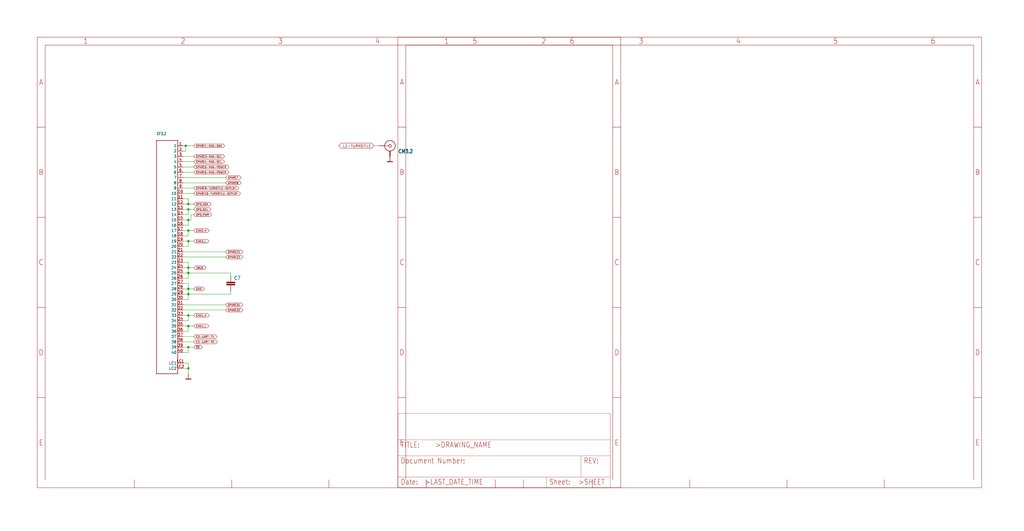
<source format=kicad_sch>
(kicad_sch (version 20211123) (generator eeschema)
  (paper "User" 490.22 254.406)
  (lib_symbols
    (symbol "oresat0-1u-backplane-eagle-import:C-EU1206-B"
      (property "Reference" "C" (at 1.524 0.381 0))
      (property "Value" "C-EU1206-B" (at 1.524 -4.699 0))
      (symbol "C-EU1206-B_1_0"
        (rectangle (start -2.032 -2.032) (end 2.032 -1.524) (fill (type outline)))
        (rectangle (start -2.032 -1.016) (end 2.032 -0.508) (fill (type outline)))
        (polyline (pts (xy 0 -2.54) (xy 0 -2.032)) (stroke (width 0.1524)))
        (polyline (pts (xy 0 0) (xy 0 -0.508)) (stroke (width 0.1524)))
        (pin passive line (at 0 2.54 270) (length 2.54) (name "1") (number "1"))
        (pin passive line (at 0 -5.08 90) (length 2.54) (name "2") (number "2"))
      )
    )
    (symbol "oresat0-1u-backplane-eagle-import:FRAME_A_L"
      (symbol "FRAME_A_L_0_0"
        (polyline (pts (xy 0 43.18) (xy 3.81 43.18)))
        (polyline (pts (xy 0 86.36) (xy 3.81 86.36)))
        (polyline (pts (xy 0 129.54) (xy 3.81 129.54)))
        (polyline (pts (xy 0 172.72) (xy 3.81 172.72)))
        (polyline (pts (xy 3.81 3.81) (xy 3.81 212.09)))
        (polyline (pts (xy 46.5667 0) (xy 46.5667 3.81)))
        (polyline (pts (xy 93.1333 0) (xy 93.1333 3.81)))
        (polyline (pts (xy 139.7 0) (xy 139.7 3.81)))
        (polyline (pts (xy 186.2667 0) (xy 186.2667 3.81)))
        (polyline (pts (xy 232.8333 0) (xy 232.8333 3.81)))
        (polyline (pts (xy 275.59 3.81) (xy 275.59 212.09)))
        (polyline (pts (xy 275.59 43.18) (xy 279.4 43.18)))
        (polyline (pts (xy 275.59 86.36) (xy 279.4 86.36)))
        (polyline (pts (xy 275.59 129.54) (xy 279.4 129.54)))
        (polyline (pts (xy 275.59 172.72) (xy 279.4 172.72)))
        (polyline (pts (xy 275.59 212.09) (xy 3.81 212.09)))
        (polyline (pts (xy 0 0) (xy 279.4 0) (xy 279.4 215.9) (xy 0 215.9) (xy 0 0)))
        (text "1" (at 23.2833 213.995 0) (effects (font (size 2.54 2.286))))
        (text "2" (at 69.85 213.995 0) (effects (font (size 2.54 2.286))))
        (text "3" (at 116.4167 213.995 0) (effects (font (size 2.54 2.286))))
        (text "4" (at 162.9833 213.995 0) (effects (font (size 2.54 2.286))))
        (text "5" (at 209.55 213.995 0) (effects (font (size 2.54 2.286))))
        (text "6" (at 256.1167 213.995 0) (effects (font (size 2.54 2.286))))
        (text "A" (at 1.905 194.31 0) (effects (font (size 2.54 2.286))))
        (text "A" (at 277.495 194.31 0) (effects (font (size 2.54 2.286))))
        (text "B" (at 1.905 151.13 0) (effects (font (size 2.54 2.286))))
        (text "B" (at 277.495 151.13 0) (effects (font (size 2.54 2.286))))
        (text "C" (at 1.905 107.95 0) (effects (font (size 2.54 2.286))))
        (text "C" (at 277.495 107.95 0) (effects (font (size 2.54 2.286))))
        (text "D" (at 1.905 64.77 0) (effects (font (size 2.54 2.286))))
        (text "D" (at 277.495 64.77 0) (effects (font (size 2.54 2.286))))
        (text "E" (at 1.905 21.59 0) (effects (font (size 2.54 2.286))))
        (text "E" (at 277.495 21.59 0) (effects (font (size 2.54 2.286))))
      )
      (symbol "FRAME_A_L_2_0"
        (polyline (pts (xy 0 0) (xy 0 5.08)) (stroke (width 0.1016)))
        (polyline (pts (xy 0 0) (xy 71.12 0)) (stroke (width 0.1016)))
        (polyline (pts (xy 0 5.08) (xy 0 15.24)) (stroke (width 0.1016)))
        (polyline (pts (xy 0 5.08) (xy 71.12 5.08)) (stroke (width 0.1016)))
        (polyline (pts (xy 0 15.24) (xy 0 22.86)) (stroke (width 0.1016)))
        (polyline (pts (xy 0 22.86) (xy 0 35.56)) (stroke (width 0.1016)))
        (polyline (pts (xy 0 22.86) (xy 101.6 22.86)) (stroke (width 0.1016)))
        (polyline (pts (xy 71.12 0) (xy 101.6 0)) (stroke (width 0.1016)))
        (polyline (pts (xy 71.12 5.08) (xy 71.12 0)) (stroke (width 0.1016)))
        (polyline (pts (xy 71.12 5.08) (xy 87.63 5.08)) (stroke (width 0.1016)))
        (polyline (pts (xy 87.63 5.08) (xy 101.6 5.08)) (stroke (width 0.1016)))
        (polyline (pts (xy 87.63 15.24) (xy 0 15.24)) (stroke (width 0.1016)))
        (polyline (pts (xy 87.63 15.24) (xy 87.63 5.08)) (stroke (width 0.1016)))
        (polyline (pts (xy 101.6 5.08) (xy 101.6 0)) (stroke (width 0.1016)))
        (polyline (pts (xy 101.6 15.24) (xy 87.63 15.24)) (stroke (width 0.1016)))
        (polyline (pts (xy 101.6 15.24) (xy 101.6 5.08)) (stroke (width 0.1016)))
        (polyline (pts (xy 101.6 22.86) (xy 101.6 15.24)) (stroke (width 0.1016)))
        (polyline (pts (xy 101.6 35.56) (xy 0 35.56)) (stroke (width 0.1016)))
        (polyline (pts (xy 101.6 35.56) (xy 101.6 22.86)) (stroke (width 0.1016)))
        (text ">DRAWING_NAME" (at 17.78 19.05 0) (effects (font (size 2.54 2.159)) (justify left bottom)))
        (text ">LAST_DATE_TIME" (at 12.7 1.27 0) (effects (font (size 2.54 2.159)) (justify left bottom)))
        (text ">SHEET" (at 86.36 1.27 0) (effects (font (size 2.54 2.159)) (justify left bottom)))
        (text "Date:" (at 1.27 1.27 0) (effects (font (size 2.54 2.159)) (justify left bottom)))
        (text "Document Number:" (at 1.27 11.43 0) (effects (font (size 2.54 2.159)) (justify left bottom)))
        (text "REV:" (at 88.9 11.43 0) (effects (font (size 2.54 2.159)) (justify left bottom)))
        (text "Sheet:" (at 72.39 1.27 0) (effects (font (size 2.54 2.159)) (justify left bottom)))
        (text "TITLE:" (at 1.27 19.05 0) (effects (font (size 2.54 2.159)) (justify left bottom)))
      )
    )
    (symbol "oresat0-1u-backplane-eagle-import:GND" (power)
      (symbol "GND_1_0"
        (polyline (pts (xy -1.27 -2.54) (xy 1.27 -2.54)) (stroke (width 0.4064)))
        (pin power_in line (at 0 0 270) (length 2.54) (name "GND") (number "1"))
      )
    )
    (symbol "oresat0-1u-backplane-eagle-import:J-MOLEX-SMPM-73300-0111X"
      (property "Reference" "CM" (at 3.81 -3.81 0))
      (property "Value" "J-MOLEX-SMPM-73300-0111X" (at 3.81 -6.35 0))
      (symbol "J-MOLEX-SMPM-73300-0111X_1_0"
        (polyline (pts (xy -2.54 0) (xy -0.635 0)) (stroke (width 0.1524)))
        (circle (center 0 0) (radius 0.635) (stroke (width 0.254)))
        (circle (center 0 0) (radius 2.54) (stroke (width 0.254)))
        (pin passive line (at 0 -5.08 90) (length 2.54) (name "SHIELD1") (number "P$1"))
        (pin passive line (at 0 -5.08 90) (length 2.54) (name "SHIELD1") (number "P$2"))
        (pin passive line (at 0 -5.08 90) (length 2.54) (name "SHIELD1") (number "P$3"))
        (pin passive line (at 0 -5.08 90) (length 2.54) (name "SHIELD1") (number "P$4"))
        (pin passive line (at -5.08 0 0) (length 2.54) (name "RF") (number "RF-DOWN"))
      )
    )
    (symbol "oresat0-1u-backplane-eagle-import:SFM-120-X1-XXX-D"
      (property "Reference" "J" (at -2.54 50.8 0))
      (property "Value" "SFM-120-X1-XXX-D" (at -2.54 49.53 0))
      (symbol "SFM-120-X1-XXX-D_1_0"
        (polyline (pts (xy -2.54 -63.5) (xy -2.54 48.26)) (stroke (width 0.254)))
        (polyline (pts (xy -2.54 48.26) (xy 7.62 48.26)) (stroke (width 0.254)))
        (polyline (pts (xy 7.62 -63.5) (xy -2.54 -63.5)) (stroke (width 0.254)))
        (polyline (pts (xy 7.62 48.26) (xy 7.62 -63.5)) (stroke (width 0.254)))
        (pin passive line (at 10.16 45.72 180) (length 2.54) (name "1") (number "1"))
        (pin passive line (at 10.16 22.86 180) (length 2.54) (name "10") (number "10"))
        (pin passive line (at 10.16 20.32 180) (length 2.54) (name "11") (number "11"))
        (pin passive line (at 10.16 17.78 180) (length 2.54) (name "12") (number "12"))
        (pin passive line (at 10.16 15.24 180) (length 2.54) (name "13") (number "13"))
        (pin passive line (at 10.16 12.7 180) (length 2.54) (name "14") (number "14"))
        (pin passive line (at 10.16 10.16 180) (length 2.54) (name "15") (number "15"))
        (pin passive line (at 10.16 7.62 180) (length 2.54) (name "16") (number "16"))
        (pin passive line (at 10.16 5.08 180) (length 2.54) (name "17") (number "17"))
        (pin passive line (at 10.16 2.54 180) (length 2.54) (name "18") (number "18"))
        (pin passive line (at 10.16 0 180) (length 2.54) (name "19") (number "19"))
        (pin passive line (at 10.16 43.18 180) (length 2.54) (name "2") (number "2"))
        (pin passive line (at 10.16 -2.54 180) (length 2.54) (name "20") (number "20"))
        (pin passive line (at 10.16 -5.08 180) (length 2.54) (name "21") (number "21"))
        (pin passive line (at 10.16 -7.62 180) (length 2.54) (name "22") (number "22"))
        (pin passive line (at 10.16 -10.16 180) (length 2.54) (name "23") (number "23"))
        (pin passive line (at 10.16 -12.7 180) (length 2.54) (name "24") (number "24"))
        (pin passive line (at 10.16 -15.24 180) (length 2.54) (name "25") (number "25"))
        (pin passive line (at 10.16 -17.78 180) (length 2.54) (name "26") (number "26"))
        (pin passive line (at 10.16 -20.32 180) (length 2.54) (name "27") (number "27"))
        (pin passive line (at 10.16 -22.86 180) (length 2.54) (name "28") (number "28"))
        (pin passive line (at 10.16 -25.4 180) (length 2.54) (name "29") (number "29"))
        (pin passive line (at 10.16 40.64 180) (length 2.54) (name "3") (number "3"))
        (pin passive line (at 10.16 -27.94 180) (length 2.54) (name "30") (number "30"))
        (pin passive line (at 10.16 -30.48 180) (length 2.54) (name "31") (number "31"))
        (pin passive line (at 10.16 -33.02 180) (length 2.54) (name "32") (number "32"))
        (pin passive line (at 10.16 -35.56 180) (length 2.54) (name "33") (number "33"))
        (pin passive line (at 10.16 -38.1 180) (length 2.54) (name "34") (number "34"))
        (pin passive line (at 10.16 -40.64 180) (length 2.54) (name "35") (number "35"))
        (pin passive line (at 10.16 -43.18 180) (length 2.54) (name "36") (number "36"))
        (pin passive line (at 10.16 -45.72 180) (length 2.54) (name "37") (number "37"))
        (pin passive line (at 10.16 -48.26 180) (length 2.54) (name "38") (number "38"))
        (pin passive line (at 10.16 -50.8 180) (length 2.54) (name "39") (number "39"))
        (pin passive line (at 10.16 38.1 180) (length 2.54) (name "4") (number "4"))
        (pin passive line (at 10.16 -53.34 180) (length 2.54) (name "40") (number "40"))
        (pin passive line (at 10.16 35.56 180) (length 2.54) (name "5") (number "5"))
        (pin passive line (at 10.16 33.02 180) (length 2.54) (name "6") (number "6"))
        (pin passive line (at 10.16 30.48 180) (length 2.54) (name "7") (number "7"))
        (pin passive line (at 10.16 27.94 180) (length 2.54) (name "8") (number "8"))
        (pin passive line (at 10.16 25.4 180) (length 2.54) (name "9") (number "9"))
        (pin passive line (at 10.16 -58.42 180) (length 2.54) (name "LC1") (number "LC1"))
        (pin passive line (at 10.16 -60.96 180) (length 2.54) (name "LC2") (number "LC2"))
      )
    )
  )
  (junction (at 90.17 166.37))
  (junction (at 90.17 130.81))
  (junction (at 90.17 110.49))
  (junction (at 90.17 138.43))
  (junction (at 90.17 105.41))
  (junction (at 88.9 69.85))
  (junction (at 90.17 151.13))
  (junction (at 90.17 156.21))
  (junction (at 90.17 140.97))
  (junction (at 90.17 115.57))
  (junction (at 90.17 97.79))
  (junction (at 90.17 128.27))
  (junction (at 90.17 100.33))
  (junction (at 90.17 176.53))
  (wire (pts (xy 87.63 125.73) (xy 90.17 125.73)))
  (wire (pts (xy 110.49 139.7) (xy 110.49 140.97)))
  (wire (pts (xy 90.17 100.33) (xy 90.17 102.87)))
  (wire (pts (xy 110.49 140.97) (xy 90.17 140.97)))
  (wire (pts (xy 87.63 80.01) (xy 92.71 80.01)))
  (wire (pts (xy 87.63 100.33) (xy 90.17 100.33)))
  (wire (pts (xy 87.63 135.89) (xy 90.17 135.89)))
  (wire (pts (xy 87.63 69.85) (xy 88.9 69.85)))
  (wire (pts (xy 92.71 115.57) (xy 90.17 115.57)))
  (wire (pts (xy 90.17 130.81) (xy 90.17 133.35)))
  (wire (pts (xy 92.71 156.21) (xy 90.17 156.21)))
  (wire (pts (xy 110.49 130.81) (xy 110.49 132.08)))
  (wire (pts (xy 92.71 138.43) (xy 90.17 138.43)))
  (wire (pts (xy 90.17 166.37) (xy 87.63 166.37)))
  (wire (pts (xy 90.17 115.57) (xy 87.63 115.57)))
  (wire (pts (xy 87.63 85.09) (xy 107.95 85.09)))
  (wire (pts (xy 90.17 138.43) (xy 90.17 140.97)))
  (wire (pts (xy 87.63 138.43) (xy 90.17 138.43)))
  (wire (pts (xy 87.63 123.19) (xy 107.95 123.19)))
  (wire (pts (xy 90.17 130.81) (xy 110.49 130.81)))
  (wire (pts (xy 87.63 97.79) (xy 90.17 97.79)))
  (wire (pts (xy 90.17 158.75) (xy 90.17 156.21)))
  (wire (pts (xy 87.63 168.91) (xy 90.17 168.91)))
  (wire (pts (xy 87.63 113.03) (xy 90.17 113.03)))
  (wire (pts (xy 92.71 166.37) (xy 90.17 166.37)))
  (wire (pts (xy 87.63 143.51) (xy 90.17 143.51)))
  (wire (pts (xy 90.17 151.13) (xy 87.63 151.13)))
  (wire (pts (xy 88.9 69.85) (xy 92.71 69.85)))
  (wire (pts (xy 90.17 168.91) (xy 90.17 166.37)))
  (wire (pts (xy 90.17 128.27) (xy 87.63 128.27)))
  (wire (pts (xy 87.63 158.75) (xy 90.17 158.75)))
  (wire (pts (xy 88.9 72.39) (xy 88.9 69.85)))
  (wire (pts (xy 87.63 74.93) (xy 92.71 74.93)))
  (wire (pts (xy 87.63 107.95) (xy 90.17 107.95)))
  (wire (pts (xy 91.44 102.87) (xy 91.44 105.41)))
  (wire (pts (xy 87.63 87.63) (xy 107.95 87.63)))
  (wire (pts (xy 92.71 128.27) (xy 90.17 128.27)))
  (wire (pts (xy 90.17 156.21) (xy 87.63 156.21)))
  (wire (pts (xy 90.17 102.87) (xy 87.63 102.87)))
  (wire (pts (xy 87.63 90.17) (xy 92.71 90.17)))
  (wire (pts (xy 92.71 151.13) (xy 90.17 151.13)))
  (wire (pts (xy 90.17 107.95) (xy 90.17 105.41)))
  (wire (pts (xy 90.17 140.97) (xy 87.63 140.97)))
  (wire (pts (xy 91.44 105.41) (xy 90.17 105.41)))
  (wire (pts (xy 87.63 120.65) (xy 107.95 120.65)))
  (wire (pts (xy 92.71 110.49) (xy 90.17 110.49)))
  (wire (pts (xy 90.17 133.35) (xy 87.63 133.35)))
  (wire (pts (xy 87.63 92.71) (xy 92.71 92.71)))
  (wire (pts (xy 87.63 176.53) (xy 90.17 176.53)))
  (wire (pts (xy 87.63 72.39) (xy 88.9 72.39)))
  (wire (pts (xy 90.17 110.49) (xy 90.17 113.03)))
  (wire (pts (xy 90.17 125.73) (xy 90.17 128.27)))
  (wire (pts (xy 90.17 115.57) (xy 90.17 118.11)))
  (wire (pts (xy 90.17 100.33) (xy 92.71 100.33)))
  (wire (pts (xy 90.17 135.89) (xy 90.17 138.43)))
  (wire (pts (xy 90.17 176.53) (xy 90.17 179.07)))
  (wire (pts (xy 90.17 128.27) (xy 90.17 130.81)))
  (wire (pts (xy 92.71 97.79) (xy 90.17 97.79)))
  (wire (pts (xy 87.63 146.05) (xy 107.95 146.05)))
  (wire (pts (xy 181.61 69.85) (xy 179.07 69.85)))
  (wire (pts (xy 90.17 130.81) (xy 87.63 130.81)))
  (wire (pts (xy 87.63 82.55) (xy 92.71 82.55)))
  (wire (pts (xy 90.17 95.25) (xy 87.63 95.25)))
  (wire (pts (xy 87.63 163.83) (xy 92.71 163.83)))
  (wire (pts (xy 90.17 143.51) (xy 90.17 140.97)))
  (wire (pts (xy 92.71 102.87) (xy 91.44 102.87)))
  (wire (pts (xy 87.63 173.99) (xy 90.17 173.99)))
  (wire (pts (xy 90.17 97.79) (xy 90.17 95.25)))
  (wire (pts (xy 87.63 148.59) (xy 107.95 148.59)))
  (wire (pts (xy 87.63 153.67) (xy 90.17 153.67)))
  (wire (pts (xy 90.17 105.41) (xy 87.63 105.41)))
  (wire (pts (xy 87.63 77.47) (xy 92.71 77.47)))
  (wire (pts (xy 90.17 173.99) (xy 90.17 176.53)))
  (wire (pts (xy 87.63 161.29) (xy 92.71 161.29)))
  (wire (pts (xy 90.17 110.49) (xy 87.63 110.49)))
  (wire (pts (xy 90.17 153.67) (xy 90.17 151.13)))
  (wire (pts (xy 87.63 118.11) (xy 90.17 118.11)))
  (global_label "SPARE9-TURNSTILE-DEPLOY" (shape bidirectional) (at 92.71 90.17 0) (effects (font (size 0.889 0.889))) (property "Intersheet References" "${INTERSHEET_REFS}" (effects hide)))
  (global_label "SPARE8" (shape bidirectional) (at 107.95 87.63 0) (effects (font (size 0.889 0.889))) (property "Intersheet References" "${INTERSHEET_REFS}" (effects hide)))
  (global_label "L1-TURNSTILE" (shape bidirectional) (at 179.07 69.85 180) (effects (font (size 1.2446 1.2446))) (property "Intersheet References" "${INTERSHEET_REFS}" (effects hide)))
  (global_label "CAN2_L" (shape bidirectional) (at 92.71 115.57 0) (effects (font (size 0.889 0.889))) (property "Intersheet References" "${INTERSHEET_REFS}" (effects hide)))
  (global_label "OPD_SCL" (shape bidirectional) (at 92.71 100.33 0) (effects (font (size 0.889 0.889))) (property "Intersheet References" "${INTERSHEET_REFS}" (effects hide)))
  (global_label "SPARE7" (shape bidirectional) (at 107.95 85.09 0) (effects (font (size 0.889 0.889))) (property "Intersheet References" "${INTERSHEET_REFS}" (effects hide)))
  (global_label "SPARE31" (shape bidirectional) (at 107.95 146.05 0) (effects (font (size 0.889 0.889))) (property "Intersheet References" "${INTERSHEET_REFS}" (effects hide)))
  (global_label "C3-UART-TX" (shape bidirectional) (at 92.71 161.29 0) (effects (font (size 0.889 0.889))) (property "Intersheet References" "${INTERSHEET_REFS}" (effects hide)))
  (global_label "SPARE22" (shape bidirectional) (at 107.95 123.19 0) (effects (font (size 0.889 0.889))) (property "Intersheet References" "${INTERSHEET_REFS}" (effects hide)))
  (global_label "OPD_SDA" (shape bidirectional) (at 92.71 97.79 0) (effects (font (size 0.889 0.889))) (property "Intersheet References" "${INTERSHEET_REFS}" (effects hide)))
  (global_label "SPARE3-MAG-SCL" (shape bidirectional) (at 92.71 74.93 0) (effects (font (size 0.889 0.889))) (property "Intersheet References" "${INTERSHEET_REFS}" (effects hide)))
  (global_label "SPARE4-MAG-SCL" (shape bidirectional) (at 92.71 77.47 0) (effects (font (size 0.889 0.889))) (property "Intersheet References" "${INTERSHEET_REFS}" (effects hide)))
  (global_label "CAN1_H" (shape bidirectional) (at 92.71 151.13 0) (effects (font (size 0.889 0.889))) (property "Intersheet References" "${INTERSHEET_REFS}" (effects hide)))
  (global_label "CAN1_L" (shape bidirectional) (at 92.71 156.21 0) (effects (font (size 0.889 0.889))) (property "Intersheet References" "${INTERSHEET_REFS}" (effects hide)))
  (global_label "SPARE6-MAG-POWER" (shape bidirectional) (at 92.71 82.55 0) (effects (font (size 0.889 0.889))) (property "Intersheet References" "${INTERSHEET_REFS}" (effects hide)))
  (global_label "SPARE32" (shape bidirectional) (at 107.95 148.59 0) (effects (font (size 0.889 0.889))) (property "Intersheet References" "${INTERSHEET_REFS}" (effects hide)))
  (global_label "SPARE21" (shape bidirectional) (at 107.95 120.65 0) (effects (font (size 0.889 0.889))) (property "Intersheet References" "${INTERSHEET_REFS}" (effects hide)))
  (global_label "SPARE1-MAG-SDA" (shape bidirectional) (at 92.71 69.85 0) (effects (font (size 0.889 0.889))) (property "Intersheet References" "${INTERSHEET_REFS}" (effects hide)))
  (global_label "GND" (shape bidirectional) (at 92.71 138.43 0) (effects (font (size 0.889 0.889))) (property "Intersheet References" "${INTERSHEET_REFS}" (effects hide)))
  (global_label "SPARE10-TURNSTILE-DEPLOY" (shape bidirectional) (at 92.71 92.71 0) (effects (font (size 0.889 0.889))) (property "Intersheet References" "${INTERSHEET_REFS}" (effects hide)))
  (global_label "C3-UART-RX" (shape bidirectional) (at 92.71 163.83 0) (effects (font (size 0.889 0.889))) (property "Intersheet References" "${INTERSHEET_REFS}" (effects hide)))
  (global_label "~{SD}" (shape bidirectional) (at 92.71 166.37 0) (effects (font (size 0.889 0.889))) (property "Intersheet References" "${INTERSHEET_REFS}" (effects hide)))
  (global_label "VBUS" (shape bidirectional) (at 92.71 128.27 0) (effects (font (size 0.889 0.889))) (property "Intersheet References" "${INTERSHEET_REFS}" (effects hide)))
  (global_label "CAN2_H" (shape bidirectional) (at 92.71 110.49 0) (effects (font (size 0.889 0.889))) (property "Intersheet References" "${INTERSHEET_REFS}" (effects hide)))
  (global_label "OPD_PWR" (shape bidirectional) (at 92.71 102.87 0) (effects (font (size 0.889 0.889))) (property "Intersheet References" "${INTERSHEET_REFS}" (effects hide)))
  (global_label "SPARE5-MAG-POWER" (shape bidirectional) (at 92.71 80.01 0) (effects (font (size 0.889 0.889))) (property "Intersheet References" "${INTERSHEET_REFS}" (effects hide)))
  (symbol (lib_id "oresat0-1u-backplane-eagle-import:GND") (at 186.69 74.93 0) (unit 1)
    (property "Reference" "#GND1" (effects hide))
  )
  (symbol (lib_id "oresat0-1u-backplane-eagle-import:GND") (at 90.17 179.07 0) (unit 1)
    (property "Reference" "#GND103" (effects hide))
  )
  (symbol (lib_id "oresat0-1u-backplane-eagle-import:SFM-120-X1-XXX-D") (at 77.47 115.57 0) (unit 1)
    (property "Reference" "CF3.2" (at 74.93 64.77 0) (effects (font (size 1.27 1.0795)) (justify left bottom)))
  )
  (symbol (lib_id "oresat0-1u-backplane-eagle-import:FRAME_A_L") (at 17.78 233.68 0) (unit 1)
    (property "Reference" "#FRAME18" (effects hide))
  )
  (symbol (lib_id "oresat0-1u-backplane-eagle-import:C-EU1206-B") (at 110.49 134.62 0) (unit 1)
    (property "Reference" "C7" (at 112.014 134.239 0) (effects (font (size 1.778 1.5113)) (justify left bottom)))
  )
  (symbol (lib_id "oresat0-1u-backplane-eagle-import:J-MOLEX-SMPM-73300-0111X") (at 186.69 69.85 0) (unit 1)
    (property "Reference" "CM3.2" (at 190.5 73.66 0) (effects (font (size 1.778 1.5113) bold) (justify left bottom)))
  )
  (symbol (lib_id "oresat0-1u-backplane-eagle-import:FRAME_A_L") (at 190.5 233.68 0) (unit 2)
    (property "Reference" "#FRAME18" (effects hide))
  )
)
</source>
